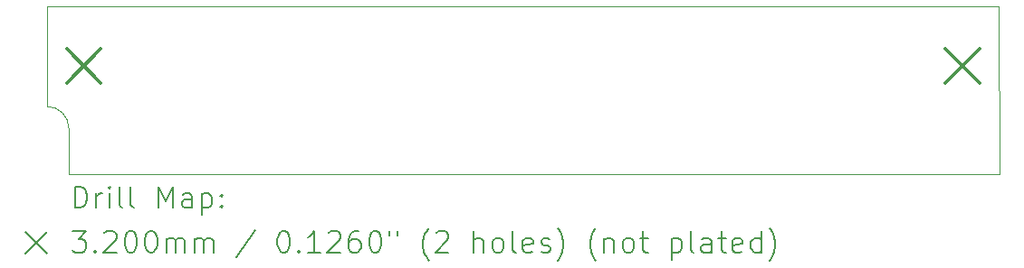
<source format=gbr>
%TF.GenerationSoftware,KiCad,Pcbnew,8.0.0*%
%TF.CreationDate,2024-11-03T15:14:55-05:00*%
%TF.ProjectId,macintosh-dram-1m-simm,6d616369-6e74-46f7-9368-2d6472616d2d,rev?*%
%TF.SameCoordinates,Original*%
%TF.FileFunction,Drillmap*%
%TF.FilePolarity,Positive*%
%FSLAX45Y45*%
G04 Gerber Fmt 4.5, Leading zero omitted, Abs format (unit mm)*
G04 Created by KiCad (PCBNEW 8.0.0) date 2024-11-03 15:14:55*
%MOMM*%
%LPD*%
G01*
G04 APERTURE LIST*
%ADD10C,0.050000*%
%ADD11C,0.200000*%
%ADD12C,0.320000*%
G04 APERTURE END LIST*
D10*
X11633200Y-12268200D02*
X11633200Y-12700000D01*
X20325000Y-11125000D02*
X11430000Y-11125000D01*
X11633200Y-12700000D02*
X20332700Y-12700000D01*
X20332700Y-12700000D02*
X20325000Y-11125000D01*
X11430000Y-11125000D02*
X11430000Y-12065000D01*
X11430000Y-12065000D02*
G75*
G02*
X11633200Y-12268200I0J-203200D01*
G01*
D11*
D12*
X11612900Y-11524000D02*
X11932900Y-11844000D01*
X11932900Y-11524000D02*
X11612900Y-11844000D01*
X19829800Y-11524000D02*
X20149800Y-11844000D01*
X20149800Y-11524000D02*
X19829800Y-11844000D01*
D11*
X11688277Y-13013984D02*
X11688277Y-12813984D01*
X11688277Y-12813984D02*
X11735896Y-12813984D01*
X11735896Y-12813984D02*
X11764467Y-12823508D01*
X11764467Y-12823508D02*
X11783515Y-12842555D01*
X11783515Y-12842555D02*
X11793039Y-12861603D01*
X11793039Y-12861603D02*
X11802562Y-12899698D01*
X11802562Y-12899698D02*
X11802562Y-12928269D01*
X11802562Y-12928269D02*
X11793039Y-12966365D01*
X11793039Y-12966365D02*
X11783515Y-12985412D01*
X11783515Y-12985412D02*
X11764467Y-13004460D01*
X11764467Y-13004460D02*
X11735896Y-13013984D01*
X11735896Y-13013984D02*
X11688277Y-13013984D01*
X11888277Y-13013984D02*
X11888277Y-12880650D01*
X11888277Y-12918746D02*
X11897801Y-12899698D01*
X11897801Y-12899698D02*
X11907324Y-12890174D01*
X11907324Y-12890174D02*
X11926372Y-12880650D01*
X11926372Y-12880650D02*
X11945420Y-12880650D01*
X12012086Y-13013984D02*
X12012086Y-12880650D01*
X12012086Y-12813984D02*
X12002562Y-12823508D01*
X12002562Y-12823508D02*
X12012086Y-12833031D01*
X12012086Y-12833031D02*
X12021610Y-12823508D01*
X12021610Y-12823508D02*
X12012086Y-12813984D01*
X12012086Y-12813984D02*
X12012086Y-12833031D01*
X12135896Y-13013984D02*
X12116848Y-13004460D01*
X12116848Y-13004460D02*
X12107324Y-12985412D01*
X12107324Y-12985412D02*
X12107324Y-12813984D01*
X12240658Y-13013984D02*
X12221610Y-13004460D01*
X12221610Y-13004460D02*
X12212086Y-12985412D01*
X12212086Y-12985412D02*
X12212086Y-12813984D01*
X12469229Y-13013984D02*
X12469229Y-12813984D01*
X12469229Y-12813984D02*
X12535896Y-12956841D01*
X12535896Y-12956841D02*
X12602562Y-12813984D01*
X12602562Y-12813984D02*
X12602562Y-13013984D01*
X12783515Y-13013984D02*
X12783515Y-12909222D01*
X12783515Y-12909222D02*
X12773991Y-12890174D01*
X12773991Y-12890174D02*
X12754943Y-12880650D01*
X12754943Y-12880650D02*
X12716848Y-12880650D01*
X12716848Y-12880650D02*
X12697801Y-12890174D01*
X12783515Y-13004460D02*
X12764467Y-13013984D01*
X12764467Y-13013984D02*
X12716848Y-13013984D01*
X12716848Y-13013984D02*
X12697801Y-13004460D01*
X12697801Y-13004460D02*
X12688277Y-12985412D01*
X12688277Y-12985412D02*
X12688277Y-12966365D01*
X12688277Y-12966365D02*
X12697801Y-12947317D01*
X12697801Y-12947317D02*
X12716848Y-12937793D01*
X12716848Y-12937793D02*
X12764467Y-12937793D01*
X12764467Y-12937793D02*
X12783515Y-12928269D01*
X12878753Y-12880650D02*
X12878753Y-13080650D01*
X12878753Y-12890174D02*
X12897801Y-12880650D01*
X12897801Y-12880650D02*
X12935896Y-12880650D01*
X12935896Y-12880650D02*
X12954943Y-12890174D01*
X12954943Y-12890174D02*
X12964467Y-12899698D01*
X12964467Y-12899698D02*
X12973991Y-12918746D01*
X12973991Y-12918746D02*
X12973991Y-12975888D01*
X12973991Y-12975888D02*
X12964467Y-12994936D01*
X12964467Y-12994936D02*
X12954943Y-13004460D01*
X12954943Y-13004460D02*
X12935896Y-13013984D01*
X12935896Y-13013984D02*
X12897801Y-13013984D01*
X12897801Y-13013984D02*
X12878753Y-13004460D01*
X13059705Y-12994936D02*
X13069229Y-13004460D01*
X13069229Y-13004460D02*
X13059705Y-13013984D01*
X13059705Y-13013984D02*
X13050182Y-13004460D01*
X13050182Y-13004460D02*
X13059705Y-12994936D01*
X13059705Y-12994936D02*
X13059705Y-13013984D01*
X13059705Y-12890174D02*
X13069229Y-12899698D01*
X13069229Y-12899698D02*
X13059705Y-12909222D01*
X13059705Y-12909222D02*
X13050182Y-12899698D01*
X13050182Y-12899698D02*
X13059705Y-12890174D01*
X13059705Y-12890174D02*
X13059705Y-12909222D01*
X11227500Y-13242500D02*
X11427500Y-13442500D01*
X11427500Y-13242500D02*
X11227500Y-13442500D01*
X11669229Y-13233984D02*
X11793039Y-13233984D01*
X11793039Y-13233984D02*
X11726372Y-13310174D01*
X11726372Y-13310174D02*
X11754943Y-13310174D01*
X11754943Y-13310174D02*
X11773991Y-13319698D01*
X11773991Y-13319698D02*
X11783515Y-13329222D01*
X11783515Y-13329222D02*
X11793039Y-13348269D01*
X11793039Y-13348269D02*
X11793039Y-13395888D01*
X11793039Y-13395888D02*
X11783515Y-13414936D01*
X11783515Y-13414936D02*
X11773991Y-13424460D01*
X11773991Y-13424460D02*
X11754943Y-13433984D01*
X11754943Y-13433984D02*
X11697801Y-13433984D01*
X11697801Y-13433984D02*
X11678753Y-13424460D01*
X11678753Y-13424460D02*
X11669229Y-13414936D01*
X11878753Y-13414936D02*
X11888277Y-13424460D01*
X11888277Y-13424460D02*
X11878753Y-13433984D01*
X11878753Y-13433984D02*
X11869229Y-13424460D01*
X11869229Y-13424460D02*
X11878753Y-13414936D01*
X11878753Y-13414936D02*
X11878753Y-13433984D01*
X11964467Y-13253031D02*
X11973991Y-13243508D01*
X11973991Y-13243508D02*
X11993039Y-13233984D01*
X11993039Y-13233984D02*
X12040658Y-13233984D01*
X12040658Y-13233984D02*
X12059705Y-13243508D01*
X12059705Y-13243508D02*
X12069229Y-13253031D01*
X12069229Y-13253031D02*
X12078753Y-13272079D01*
X12078753Y-13272079D02*
X12078753Y-13291127D01*
X12078753Y-13291127D02*
X12069229Y-13319698D01*
X12069229Y-13319698D02*
X11954943Y-13433984D01*
X11954943Y-13433984D02*
X12078753Y-13433984D01*
X12202562Y-13233984D02*
X12221610Y-13233984D01*
X12221610Y-13233984D02*
X12240658Y-13243508D01*
X12240658Y-13243508D02*
X12250182Y-13253031D01*
X12250182Y-13253031D02*
X12259705Y-13272079D01*
X12259705Y-13272079D02*
X12269229Y-13310174D01*
X12269229Y-13310174D02*
X12269229Y-13357793D01*
X12269229Y-13357793D02*
X12259705Y-13395888D01*
X12259705Y-13395888D02*
X12250182Y-13414936D01*
X12250182Y-13414936D02*
X12240658Y-13424460D01*
X12240658Y-13424460D02*
X12221610Y-13433984D01*
X12221610Y-13433984D02*
X12202562Y-13433984D01*
X12202562Y-13433984D02*
X12183515Y-13424460D01*
X12183515Y-13424460D02*
X12173991Y-13414936D01*
X12173991Y-13414936D02*
X12164467Y-13395888D01*
X12164467Y-13395888D02*
X12154943Y-13357793D01*
X12154943Y-13357793D02*
X12154943Y-13310174D01*
X12154943Y-13310174D02*
X12164467Y-13272079D01*
X12164467Y-13272079D02*
X12173991Y-13253031D01*
X12173991Y-13253031D02*
X12183515Y-13243508D01*
X12183515Y-13243508D02*
X12202562Y-13233984D01*
X12393039Y-13233984D02*
X12412086Y-13233984D01*
X12412086Y-13233984D02*
X12431134Y-13243508D01*
X12431134Y-13243508D02*
X12440658Y-13253031D01*
X12440658Y-13253031D02*
X12450182Y-13272079D01*
X12450182Y-13272079D02*
X12459705Y-13310174D01*
X12459705Y-13310174D02*
X12459705Y-13357793D01*
X12459705Y-13357793D02*
X12450182Y-13395888D01*
X12450182Y-13395888D02*
X12440658Y-13414936D01*
X12440658Y-13414936D02*
X12431134Y-13424460D01*
X12431134Y-13424460D02*
X12412086Y-13433984D01*
X12412086Y-13433984D02*
X12393039Y-13433984D01*
X12393039Y-13433984D02*
X12373991Y-13424460D01*
X12373991Y-13424460D02*
X12364467Y-13414936D01*
X12364467Y-13414936D02*
X12354943Y-13395888D01*
X12354943Y-13395888D02*
X12345420Y-13357793D01*
X12345420Y-13357793D02*
X12345420Y-13310174D01*
X12345420Y-13310174D02*
X12354943Y-13272079D01*
X12354943Y-13272079D02*
X12364467Y-13253031D01*
X12364467Y-13253031D02*
X12373991Y-13243508D01*
X12373991Y-13243508D02*
X12393039Y-13233984D01*
X12545420Y-13433984D02*
X12545420Y-13300650D01*
X12545420Y-13319698D02*
X12554943Y-13310174D01*
X12554943Y-13310174D02*
X12573991Y-13300650D01*
X12573991Y-13300650D02*
X12602563Y-13300650D01*
X12602563Y-13300650D02*
X12621610Y-13310174D01*
X12621610Y-13310174D02*
X12631134Y-13329222D01*
X12631134Y-13329222D02*
X12631134Y-13433984D01*
X12631134Y-13329222D02*
X12640658Y-13310174D01*
X12640658Y-13310174D02*
X12659705Y-13300650D01*
X12659705Y-13300650D02*
X12688277Y-13300650D01*
X12688277Y-13300650D02*
X12707324Y-13310174D01*
X12707324Y-13310174D02*
X12716848Y-13329222D01*
X12716848Y-13329222D02*
X12716848Y-13433984D01*
X12812086Y-13433984D02*
X12812086Y-13300650D01*
X12812086Y-13319698D02*
X12821610Y-13310174D01*
X12821610Y-13310174D02*
X12840658Y-13300650D01*
X12840658Y-13300650D02*
X12869229Y-13300650D01*
X12869229Y-13300650D02*
X12888277Y-13310174D01*
X12888277Y-13310174D02*
X12897801Y-13329222D01*
X12897801Y-13329222D02*
X12897801Y-13433984D01*
X12897801Y-13329222D02*
X12907324Y-13310174D01*
X12907324Y-13310174D02*
X12926372Y-13300650D01*
X12926372Y-13300650D02*
X12954943Y-13300650D01*
X12954943Y-13300650D02*
X12973991Y-13310174D01*
X12973991Y-13310174D02*
X12983515Y-13329222D01*
X12983515Y-13329222D02*
X12983515Y-13433984D01*
X13373991Y-13224460D02*
X13202563Y-13481603D01*
X13631134Y-13233984D02*
X13650182Y-13233984D01*
X13650182Y-13233984D02*
X13669229Y-13243508D01*
X13669229Y-13243508D02*
X13678753Y-13253031D01*
X13678753Y-13253031D02*
X13688277Y-13272079D01*
X13688277Y-13272079D02*
X13697801Y-13310174D01*
X13697801Y-13310174D02*
X13697801Y-13357793D01*
X13697801Y-13357793D02*
X13688277Y-13395888D01*
X13688277Y-13395888D02*
X13678753Y-13414936D01*
X13678753Y-13414936D02*
X13669229Y-13424460D01*
X13669229Y-13424460D02*
X13650182Y-13433984D01*
X13650182Y-13433984D02*
X13631134Y-13433984D01*
X13631134Y-13433984D02*
X13612086Y-13424460D01*
X13612086Y-13424460D02*
X13602563Y-13414936D01*
X13602563Y-13414936D02*
X13593039Y-13395888D01*
X13593039Y-13395888D02*
X13583515Y-13357793D01*
X13583515Y-13357793D02*
X13583515Y-13310174D01*
X13583515Y-13310174D02*
X13593039Y-13272079D01*
X13593039Y-13272079D02*
X13602563Y-13253031D01*
X13602563Y-13253031D02*
X13612086Y-13243508D01*
X13612086Y-13243508D02*
X13631134Y-13233984D01*
X13783515Y-13414936D02*
X13793039Y-13424460D01*
X13793039Y-13424460D02*
X13783515Y-13433984D01*
X13783515Y-13433984D02*
X13773991Y-13424460D01*
X13773991Y-13424460D02*
X13783515Y-13414936D01*
X13783515Y-13414936D02*
X13783515Y-13433984D01*
X13983515Y-13433984D02*
X13869229Y-13433984D01*
X13926372Y-13433984D02*
X13926372Y-13233984D01*
X13926372Y-13233984D02*
X13907325Y-13262555D01*
X13907325Y-13262555D02*
X13888277Y-13281603D01*
X13888277Y-13281603D02*
X13869229Y-13291127D01*
X14059706Y-13253031D02*
X14069229Y-13243508D01*
X14069229Y-13243508D02*
X14088277Y-13233984D01*
X14088277Y-13233984D02*
X14135896Y-13233984D01*
X14135896Y-13233984D02*
X14154944Y-13243508D01*
X14154944Y-13243508D02*
X14164467Y-13253031D01*
X14164467Y-13253031D02*
X14173991Y-13272079D01*
X14173991Y-13272079D02*
X14173991Y-13291127D01*
X14173991Y-13291127D02*
X14164467Y-13319698D01*
X14164467Y-13319698D02*
X14050182Y-13433984D01*
X14050182Y-13433984D02*
X14173991Y-13433984D01*
X14345420Y-13233984D02*
X14307325Y-13233984D01*
X14307325Y-13233984D02*
X14288277Y-13243508D01*
X14288277Y-13243508D02*
X14278753Y-13253031D01*
X14278753Y-13253031D02*
X14259706Y-13281603D01*
X14259706Y-13281603D02*
X14250182Y-13319698D01*
X14250182Y-13319698D02*
X14250182Y-13395888D01*
X14250182Y-13395888D02*
X14259706Y-13414936D01*
X14259706Y-13414936D02*
X14269229Y-13424460D01*
X14269229Y-13424460D02*
X14288277Y-13433984D01*
X14288277Y-13433984D02*
X14326372Y-13433984D01*
X14326372Y-13433984D02*
X14345420Y-13424460D01*
X14345420Y-13424460D02*
X14354944Y-13414936D01*
X14354944Y-13414936D02*
X14364467Y-13395888D01*
X14364467Y-13395888D02*
X14364467Y-13348269D01*
X14364467Y-13348269D02*
X14354944Y-13329222D01*
X14354944Y-13329222D02*
X14345420Y-13319698D01*
X14345420Y-13319698D02*
X14326372Y-13310174D01*
X14326372Y-13310174D02*
X14288277Y-13310174D01*
X14288277Y-13310174D02*
X14269229Y-13319698D01*
X14269229Y-13319698D02*
X14259706Y-13329222D01*
X14259706Y-13329222D02*
X14250182Y-13348269D01*
X14488277Y-13233984D02*
X14507325Y-13233984D01*
X14507325Y-13233984D02*
X14526372Y-13243508D01*
X14526372Y-13243508D02*
X14535896Y-13253031D01*
X14535896Y-13253031D02*
X14545420Y-13272079D01*
X14545420Y-13272079D02*
X14554944Y-13310174D01*
X14554944Y-13310174D02*
X14554944Y-13357793D01*
X14554944Y-13357793D02*
X14545420Y-13395888D01*
X14545420Y-13395888D02*
X14535896Y-13414936D01*
X14535896Y-13414936D02*
X14526372Y-13424460D01*
X14526372Y-13424460D02*
X14507325Y-13433984D01*
X14507325Y-13433984D02*
X14488277Y-13433984D01*
X14488277Y-13433984D02*
X14469229Y-13424460D01*
X14469229Y-13424460D02*
X14459706Y-13414936D01*
X14459706Y-13414936D02*
X14450182Y-13395888D01*
X14450182Y-13395888D02*
X14440658Y-13357793D01*
X14440658Y-13357793D02*
X14440658Y-13310174D01*
X14440658Y-13310174D02*
X14450182Y-13272079D01*
X14450182Y-13272079D02*
X14459706Y-13253031D01*
X14459706Y-13253031D02*
X14469229Y-13243508D01*
X14469229Y-13243508D02*
X14488277Y-13233984D01*
X14631134Y-13233984D02*
X14631134Y-13272079D01*
X14707325Y-13233984D02*
X14707325Y-13272079D01*
X15002563Y-13510174D02*
X14993039Y-13500650D01*
X14993039Y-13500650D02*
X14973991Y-13472079D01*
X14973991Y-13472079D02*
X14964468Y-13453031D01*
X14964468Y-13453031D02*
X14954944Y-13424460D01*
X14954944Y-13424460D02*
X14945420Y-13376841D01*
X14945420Y-13376841D02*
X14945420Y-13338746D01*
X14945420Y-13338746D02*
X14954944Y-13291127D01*
X14954944Y-13291127D02*
X14964468Y-13262555D01*
X14964468Y-13262555D02*
X14973991Y-13243508D01*
X14973991Y-13243508D02*
X14993039Y-13214936D01*
X14993039Y-13214936D02*
X15002563Y-13205412D01*
X15069229Y-13253031D02*
X15078753Y-13243508D01*
X15078753Y-13243508D02*
X15097801Y-13233984D01*
X15097801Y-13233984D02*
X15145420Y-13233984D01*
X15145420Y-13233984D02*
X15164468Y-13243508D01*
X15164468Y-13243508D02*
X15173991Y-13253031D01*
X15173991Y-13253031D02*
X15183515Y-13272079D01*
X15183515Y-13272079D02*
X15183515Y-13291127D01*
X15183515Y-13291127D02*
X15173991Y-13319698D01*
X15173991Y-13319698D02*
X15059706Y-13433984D01*
X15059706Y-13433984D02*
X15183515Y-13433984D01*
X15421610Y-13433984D02*
X15421610Y-13233984D01*
X15507325Y-13433984D02*
X15507325Y-13329222D01*
X15507325Y-13329222D02*
X15497801Y-13310174D01*
X15497801Y-13310174D02*
X15478753Y-13300650D01*
X15478753Y-13300650D02*
X15450182Y-13300650D01*
X15450182Y-13300650D02*
X15431134Y-13310174D01*
X15431134Y-13310174D02*
X15421610Y-13319698D01*
X15631134Y-13433984D02*
X15612087Y-13424460D01*
X15612087Y-13424460D02*
X15602563Y-13414936D01*
X15602563Y-13414936D02*
X15593039Y-13395888D01*
X15593039Y-13395888D02*
X15593039Y-13338746D01*
X15593039Y-13338746D02*
X15602563Y-13319698D01*
X15602563Y-13319698D02*
X15612087Y-13310174D01*
X15612087Y-13310174D02*
X15631134Y-13300650D01*
X15631134Y-13300650D02*
X15659706Y-13300650D01*
X15659706Y-13300650D02*
X15678753Y-13310174D01*
X15678753Y-13310174D02*
X15688277Y-13319698D01*
X15688277Y-13319698D02*
X15697801Y-13338746D01*
X15697801Y-13338746D02*
X15697801Y-13395888D01*
X15697801Y-13395888D02*
X15688277Y-13414936D01*
X15688277Y-13414936D02*
X15678753Y-13424460D01*
X15678753Y-13424460D02*
X15659706Y-13433984D01*
X15659706Y-13433984D02*
X15631134Y-13433984D01*
X15812087Y-13433984D02*
X15793039Y-13424460D01*
X15793039Y-13424460D02*
X15783515Y-13405412D01*
X15783515Y-13405412D02*
X15783515Y-13233984D01*
X15964468Y-13424460D02*
X15945420Y-13433984D01*
X15945420Y-13433984D02*
X15907325Y-13433984D01*
X15907325Y-13433984D02*
X15888277Y-13424460D01*
X15888277Y-13424460D02*
X15878753Y-13405412D01*
X15878753Y-13405412D02*
X15878753Y-13329222D01*
X15878753Y-13329222D02*
X15888277Y-13310174D01*
X15888277Y-13310174D02*
X15907325Y-13300650D01*
X15907325Y-13300650D02*
X15945420Y-13300650D01*
X15945420Y-13300650D02*
X15964468Y-13310174D01*
X15964468Y-13310174D02*
X15973991Y-13329222D01*
X15973991Y-13329222D02*
X15973991Y-13348269D01*
X15973991Y-13348269D02*
X15878753Y-13367317D01*
X16050182Y-13424460D02*
X16069230Y-13433984D01*
X16069230Y-13433984D02*
X16107325Y-13433984D01*
X16107325Y-13433984D02*
X16126372Y-13424460D01*
X16126372Y-13424460D02*
X16135896Y-13405412D01*
X16135896Y-13405412D02*
X16135896Y-13395888D01*
X16135896Y-13395888D02*
X16126372Y-13376841D01*
X16126372Y-13376841D02*
X16107325Y-13367317D01*
X16107325Y-13367317D02*
X16078753Y-13367317D01*
X16078753Y-13367317D02*
X16059706Y-13357793D01*
X16059706Y-13357793D02*
X16050182Y-13338746D01*
X16050182Y-13338746D02*
X16050182Y-13329222D01*
X16050182Y-13329222D02*
X16059706Y-13310174D01*
X16059706Y-13310174D02*
X16078753Y-13300650D01*
X16078753Y-13300650D02*
X16107325Y-13300650D01*
X16107325Y-13300650D02*
X16126372Y-13310174D01*
X16202563Y-13510174D02*
X16212087Y-13500650D01*
X16212087Y-13500650D02*
X16231134Y-13472079D01*
X16231134Y-13472079D02*
X16240658Y-13453031D01*
X16240658Y-13453031D02*
X16250182Y-13424460D01*
X16250182Y-13424460D02*
X16259706Y-13376841D01*
X16259706Y-13376841D02*
X16259706Y-13338746D01*
X16259706Y-13338746D02*
X16250182Y-13291127D01*
X16250182Y-13291127D02*
X16240658Y-13262555D01*
X16240658Y-13262555D02*
X16231134Y-13243508D01*
X16231134Y-13243508D02*
X16212087Y-13214936D01*
X16212087Y-13214936D02*
X16202563Y-13205412D01*
X16564468Y-13510174D02*
X16554944Y-13500650D01*
X16554944Y-13500650D02*
X16535896Y-13472079D01*
X16535896Y-13472079D02*
X16526372Y-13453031D01*
X16526372Y-13453031D02*
X16516849Y-13424460D01*
X16516849Y-13424460D02*
X16507325Y-13376841D01*
X16507325Y-13376841D02*
X16507325Y-13338746D01*
X16507325Y-13338746D02*
X16516849Y-13291127D01*
X16516849Y-13291127D02*
X16526372Y-13262555D01*
X16526372Y-13262555D02*
X16535896Y-13243508D01*
X16535896Y-13243508D02*
X16554944Y-13214936D01*
X16554944Y-13214936D02*
X16564468Y-13205412D01*
X16640658Y-13300650D02*
X16640658Y-13433984D01*
X16640658Y-13319698D02*
X16650182Y-13310174D01*
X16650182Y-13310174D02*
X16669230Y-13300650D01*
X16669230Y-13300650D02*
X16697801Y-13300650D01*
X16697801Y-13300650D02*
X16716849Y-13310174D01*
X16716849Y-13310174D02*
X16726372Y-13329222D01*
X16726372Y-13329222D02*
X16726372Y-13433984D01*
X16850182Y-13433984D02*
X16831134Y-13424460D01*
X16831134Y-13424460D02*
X16821611Y-13414936D01*
X16821611Y-13414936D02*
X16812087Y-13395888D01*
X16812087Y-13395888D02*
X16812087Y-13338746D01*
X16812087Y-13338746D02*
X16821611Y-13319698D01*
X16821611Y-13319698D02*
X16831134Y-13310174D01*
X16831134Y-13310174D02*
X16850182Y-13300650D01*
X16850182Y-13300650D02*
X16878754Y-13300650D01*
X16878754Y-13300650D02*
X16897801Y-13310174D01*
X16897801Y-13310174D02*
X16907325Y-13319698D01*
X16907325Y-13319698D02*
X16916849Y-13338746D01*
X16916849Y-13338746D02*
X16916849Y-13395888D01*
X16916849Y-13395888D02*
X16907325Y-13414936D01*
X16907325Y-13414936D02*
X16897801Y-13424460D01*
X16897801Y-13424460D02*
X16878754Y-13433984D01*
X16878754Y-13433984D02*
X16850182Y-13433984D01*
X16973992Y-13300650D02*
X17050182Y-13300650D01*
X17002563Y-13233984D02*
X17002563Y-13405412D01*
X17002563Y-13405412D02*
X17012087Y-13424460D01*
X17012087Y-13424460D02*
X17031134Y-13433984D01*
X17031134Y-13433984D02*
X17050182Y-13433984D01*
X17269230Y-13300650D02*
X17269230Y-13500650D01*
X17269230Y-13310174D02*
X17288277Y-13300650D01*
X17288277Y-13300650D02*
X17326373Y-13300650D01*
X17326373Y-13300650D02*
X17345420Y-13310174D01*
X17345420Y-13310174D02*
X17354944Y-13319698D01*
X17354944Y-13319698D02*
X17364468Y-13338746D01*
X17364468Y-13338746D02*
X17364468Y-13395888D01*
X17364468Y-13395888D02*
X17354944Y-13414936D01*
X17354944Y-13414936D02*
X17345420Y-13424460D01*
X17345420Y-13424460D02*
X17326373Y-13433984D01*
X17326373Y-13433984D02*
X17288277Y-13433984D01*
X17288277Y-13433984D02*
X17269230Y-13424460D01*
X17478754Y-13433984D02*
X17459706Y-13424460D01*
X17459706Y-13424460D02*
X17450182Y-13405412D01*
X17450182Y-13405412D02*
X17450182Y-13233984D01*
X17640658Y-13433984D02*
X17640658Y-13329222D01*
X17640658Y-13329222D02*
X17631135Y-13310174D01*
X17631135Y-13310174D02*
X17612087Y-13300650D01*
X17612087Y-13300650D02*
X17573992Y-13300650D01*
X17573992Y-13300650D02*
X17554944Y-13310174D01*
X17640658Y-13424460D02*
X17621611Y-13433984D01*
X17621611Y-13433984D02*
X17573992Y-13433984D01*
X17573992Y-13433984D02*
X17554944Y-13424460D01*
X17554944Y-13424460D02*
X17545420Y-13405412D01*
X17545420Y-13405412D02*
X17545420Y-13386365D01*
X17545420Y-13386365D02*
X17554944Y-13367317D01*
X17554944Y-13367317D02*
X17573992Y-13357793D01*
X17573992Y-13357793D02*
X17621611Y-13357793D01*
X17621611Y-13357793D02*
X17640658Y-13348269D01*
X17707325Y-13300650D02*
X17783515Y-13300650D01*
X17735896Y-13233984D02*
X17735896Y-13405412D01*
X17735896Y-13405412D02*
X17745420Y-13424460D01*
X17745420Y-13424460D02*
X17764468Y-13433984D01*
X17764468Y-13433984D02*
X17783515Y-13433984D01*
X17926373Y-13424460D02*
X17907325Y-13433984D01*
X17907325Y-13433984D02*
X17869230Y-13433984D01*
X17869230Y-13433984D02*
X17850182Y-13424460D01*
X17850182Y-13424460D02*
X17840658Y-13405412D01*
X17840658Y-13405412D02*
X17840658Y-13329222D01*
X17840658Y-13329222D02*
X17850182Y-13310174D01*
X17850182Y-13310174D02*
X17869230Y-13300650D01*
X17869230Y-13300650D02*
X17907325Y-13300650D01*
X17907325Y-13300650D02*
X17926373Y-13310174D01*
X17926373Y-13310174D02*
X17935896Y-13329222D01*
X17935896Y-13329222D02*
X17935896Y-13348269D01*
X17935896Y-13348269D02*
X17840658Y-13367317D01*
X18107325Y-13433984D02*
X18107325Y-13233984D01*
X18107325Y-13424460D02*
X18088277Y-13433984D01*
X18088277Y-13433984D02*
X18050182Y-13433984D01*
X18050182Y-13433984D02*
X18031135Y-13424460D01*
X18031135Y-13424460D02*
X18021611Y-13414936D01*
X18021611Y-13414936D02*
X18012087Y-13395888D01*
X18012087Y-13395888D02*
X18012087Y-13338746D01*
X18012087Y-13338746D02*
X18021611Y-13319698D01*
X18021611Y-13319698D02*
X18031135Y-13310174D01*
X18031135Y-13310174D02*
X18050182Y-13300650D01*
X18050182Y-13300650D02*
X18088277Y-13300650D01*
X18088277Y-13300650D02*
X18107325Y-13310174D01*
X18183516Y-13510174D02*
X18193039Y-13500650D01*
X18193039Y-13500650D02*
X18212087Y-13472079D01*
X18212087Y-13472079D02*
X18221611Y-13453031D01*
X18221611Y-13453031D02*
X18231135Y-13424460D01*
X18231135Y-13424460D02*
X18240658Y-13376841D01*
X18240658Y-13376841D02*
X18240658Y-13338746D01*
X18240658Y-13338746D02*
X18231135Y-13291127D01*
X18231135Y-13291127D02*
X18221611Y-13262555D01*
X18221611Y-13262555D02*
X18212087Y-13243508D01*
X18212087Y-13243508D02*
X18193039Y-13214936D01*
X18193039Y-13214936D02*
X18183516Y-13205412D01*
M02*

</source>
